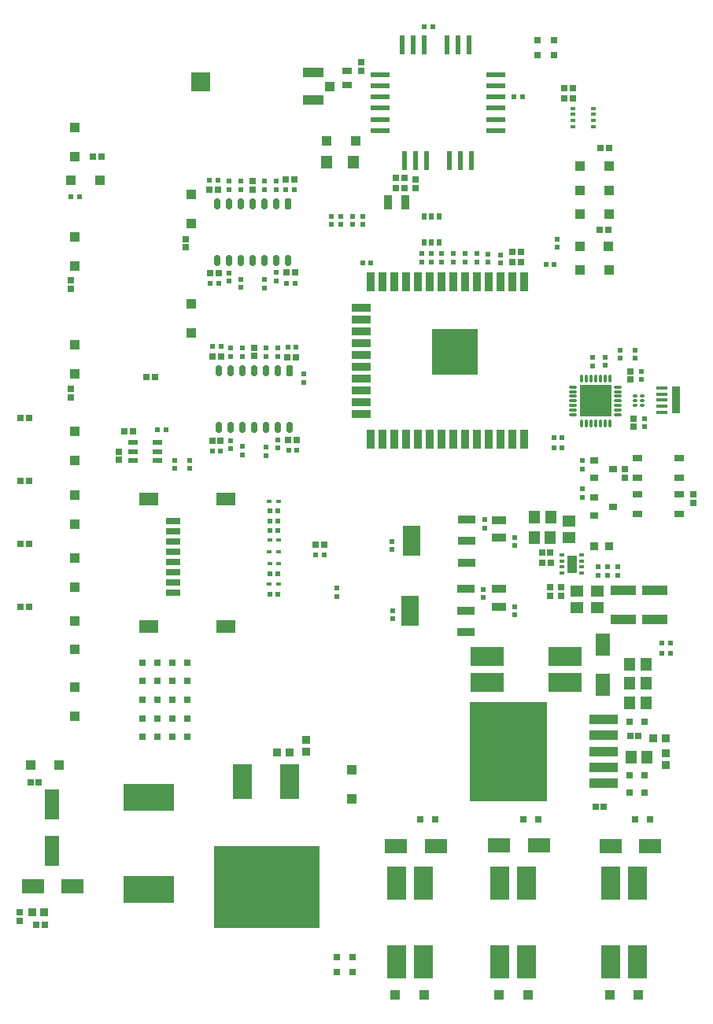
<source format=gtp>
G04*
G04 #@! TF.GenerationSoftware,Altium Limited,Altium Designer,19.1.5 (86)*
G04*
G04 Layer_Color=8421504*
%FSLAX25Y25*%
%MOIN*%
G70*
G01*
G75*
%ADD23R,0.03543X0.07874*%
%ADD24R,0.07874X0.03543*%
%ADD25R,0.19685X0.19685*%
%ADD26R,0.01968X0.01181*%
%ADD27R,0.02165X0.02165*%
%ADD28R,0.05118X0.05512*%
%ADD29R,0.08661X0.04134*%
%ADD30R,0.04134X0.03937*%
%ADD31R,0.03543X0.11811*%
%ADD32R,0.04724X0.01575*%
%ADD33R,0.07874X0.02362*%
%ADD34R,0.02362X0.07874*%
%ADD35R,0.05906X0.03150*%
%ADD36R,0.07874X0.05709*%
%ADD37R,0.03937X0.02756*%
%ADD38R,0.32992X0.41968*%
%ADD39R,0.12008X0.04000*%
%ADD40R,0.02520X0.02520*%
%ADD41R,0.09252X0.06102*%
%ADD42R,0.08189X0.14410*%
%ADD43R,0.02165X0.02165*%
%ADD44R,0.03937X0.04331*%
%ADD45R,0.02520X0.02520*%
%ADD46R,0.08189X0.15000*%
%ADD47R,0.45000X0.35000*%
%ADD48R,0.04331X0.03937*%
%ADD49R,0.21260X0.11417*%
%ADD50R,0.03150X0.03150*%
%ADD51R,0.03740X0.03347*%
%ADD52R,0.03347X0.03740*%
%ADD53R,0.06102X0.09252*%
%ADD54R,0.04528X0.05709*%
%ADD55R,0.03150X0.03150*%
%ADD56R,0.10630X0.04331*%
%ADD57R,0.05709X0.04528*%
%ADD58R,0.14410X0.08189*%
%ADD59R,0.06299X0.12598*%
%ADD60R,0.03543X0.03150*%
%ADD61R,0.02362X0.01968*%
%ADD62R,0.13189X0.13189*%
%ADD63O,0.01181X0.03740*%
%ADD64O,0.03740X0.01181*%
%ADD65R,0.04331X0.02362*%
G04:AMPARAMS|DCode=66|XSize=11.81mil|YSize=19.29mil|CornerRadius=1.95mil|HoleSize=0mil|Usage=FLASHONLY|Rotation=90.000|XOffset=0mil|YOffset=0mil|HoleType=Round|Shape=RoundedRectangle|*
%AMROUNDEDRECTD66*
21,1,0.01181,0.01539,0,0,90.0*
21,1,0.00791,0.01929,0,0,90.0*
1,1,0.00390,0.00770,0.00396*
1,1,0.00390,0.00770,-0.00396*
1,1,0.00390,-0.00770,-0.00396*
1,1,0.00390,-0.00770,0.00396*
%
%ADD66ROUNDEDRECTD66*%
G04:AMPARAMS|DCode=67|XSize=11.81mil|YSize=20.47mil|CornerRadius=1.95mil|HoleSize=0mil|Usage=FLASHONLY|Rotation=90.000|XOffset=0mil|YOffset=0mil|HoleType=Round|Shape=RoundedRectangle|*
%AMROUNDEDRECTD67*
21,1,0.01181,0.01658,0,0,90.0*
21,1,0.00791,0.02047,0,0,90.0*
1,1,0.00390,0.00829,0.00396*
1,1,0.00390,0.00829,-0.00396*
1,1,0.00390,-0.00829,-0.00396*
1,1,0.00390,-0.00829,0.00396*
%
%ADD67ROUNDEDRECTD67*%
%ADD68R,0.02165X0.03150*%
%ADD69R,0.03543X0.05906*%
%ADD70R,0.03937X0.03150*%
%ADD71R,0.05906X0.03543*%
%ADD72R,0.07480X0.12598*%
%ADD73R,0.07480X0.03543*%
%ADD74R,0.02362X0.01378*%
%ADD75R,0.04331X0.07480*%
%ADD76R,0.01968X0.01575*%
G04:AMPARAMS|DCode=77|XSize=49.21mil|YSize=29.53mil|CornerRadius=0mil|HoleSize=0mil|Usage=FLASHONLY|Rotation=270.000|XOffset=0mil|YOffset=0mil|HoleType=Round|Shape=Octagon|*
%AMOCTAGOND77*
4,1,8,-0.00738,-0.02461,0.00738,-0.02461,0.01476,-0.01722,0.01476,0.01722,0.00738,0.02461,-0.00738,0.02461,-0.01476,0.01722,-0.01476,-0.01722,-0.00738,-0.02461,0.0*
%
%ADD77OCTAGOND77*%

%ADD78O,0.02953X0.04921*%
%ADD79R,0.01968X0.02362*%
%ADD80R,0.03543X0.03740*%
%ADD81R,0.07835X0.07835*%
D23*
X169816Y384769D02*
D03*
X174816D02*
D03*
X179816D02*
D03*
X184816D02*
D03*
X189816D02*
D03*
X194816D02*
D03*
X199816D02*
D03*
X204816D02*
D03*
X209816D02*
D03*
X214816D02*
D03*
X219816D02*
D03*
X224816D02*
D03*
X229816D02*
D03*
X234816D02*
D03*
X169816Y317840D02*
D03*
X174816D02*
D03*
X179816D02*
D03*
X184816D02*
D03*
X189816D02*
D03*
X194816D02*
D03*
X199816D02*
D03*
X204816D02*
D03*
X209816D02*
D03*
X214816D02*
D03*
X219816D02*
D03*
X224816D02*
D03*
X229816D02*
D03*
X234816D02*
D03*
D24*
X165879Y348805D02*
D03*
Y343805D02*
D03*
Y338805D02*
D03*
Y333805D02*
D03*
Y328805D02*
D03*
Y353805D02*
D03*
Y358805D02*
D03*
Y363805D02*
D03*
Y368805D02*
D03*
Y373805D02*
D03*
D25*
X205367Y355084D02*
D03*
D26*
X130769Y270500D02*
D03*
X126831D02*
D03*
X126932Y265300D02*
D03*
X130868D02*
D03*
X130769Y256800D02*
D03*
X126831D02*
D03*
X126858Y291800D02*
D03*
X130795D02*
D03*
X130895Y275300D02*
D03*
X126958D02*
D03*
D27*
X130498Y283500D02*
D03*
X126955D02*
D03*
X296772Y231731D02*
D03*
X293228D02*
D03*
Y227400D02*
D03*
X296772D02*
D03*
X46372Y420800D02*
D03*
X42828D02*
D03*
X169872Y392800D02*
D03*
X166328D02*
D03*
X127028Y261100D02*
D03*
X130572D02*
D03*
X149960Y268983D02*
D03*
X146417D02*
D03*
X130470Y287600D02*
D03*
X126927D02*
D03*
X247328Y318600D02*
D03*
X250872D02*
D03*
X126987Y279400D02*
D03*
X130530D02*
D03*
X126928Y252500D02*
D03*
X130472D02*
D03*
X79385Y321904D02*
D03*
X82928D02*
D03*
X247328Y314500D02*
D03*
X250872D02*
D03*
X196061Y492530D02*
D03*
X192517D02*
D03*
X230439Y462909D02*
D03*
X233982D02*
D03*
X137607Y384123D02*
D03*
X134064D02*
D03*
X137372Y423717D02*
D03*
X133828D02*
D03*
X101557Y427700D02*
D03*
X105100D02*
D03*
X101853Y384115D02*
D03*
X105396D02*
D03*
X138472Y313443D02*
D03*
X134929D02*
D03*
X138137Y356919D02*
D03*
X134594D02*
D03*
X102728Y357200D02*
D03*
X106272D02*
D03*
X102642Y312850D02*
D03*
X106186D02*
D03*
D28*
X162524Y435271D02*
D03*
X151107D02*
D03*
D29*
X145350Y473279D02*
D03*
Y461665D02*
D03*
D30*
X152338Y467472D02*
D03*
D31*
X299185Y334508D02*
D03*
D32*
X293083Y329390D02*
D03*
Y331949D02*
D03*
Y334508D02*
D03*
Y337067D02*
D03*
Y339626D02*
D03*
D33*
X173620Y472355D02*
D03*
Y467631D02*
D03*
Y462906D02*
D03*
Y458182D02*
D03*
Y453457D02*
D03*
Y448733D02*
D03*
X222832D02*
D03*
Y453457D02*
D03*
Y458182D02*
D03*
Y462906D02*
D03*
Y467631D02*
D03*
Y472355D02*
D03*
D34*
X212399Y435938D02*
D03*
X207675D02*
D03*
X202950D02*
D03*
X193502D02*
D03*
X188777D02*
D03*
X184053D02*
D03*
X183069Y485150D02*
D03*
X187793D02*
D03*
X192517D02*
D03*
X201966D02*
D03*
X206691D02*
D03*
X211415D02*
D03*
D35*
X85928Y266073D02*
D03*
Y261742D02*
D03*
Y270404D02*
D03*
Y274734D02*
D03*
Y257411D02*
D03*
Y253081D02*
D03*
Y279065D02*
D03*
Y283396D02*
D03*
D36*
X108369Y238632D02*
D03*
Y292766D02*
D03*
X75692Y238632D02*
D03*
Y292766D02*
D03*
D37*
X300343Y301576D02*
D03*
X282627D02*
D03*
X300343Y310040D02*
D03*
X282627D02*
D03*
Y294640D02*
D03*
X300343D02*
D03*
X282627Y286176D02*
D03*
X300343D02*
D03*
D38*
X227948Y185805D02*
D03*
D39*
X268354Y199206D02*
D03*
Y172403D02*
D03*
Y179104D02*
D03*
Y185805D02*
D03*
Y192506D02*
D03*
D40*
X25111Y327100D02*
D03*
X21489D02*
D03*
X25111Y300400D02*
D03*
X21489D02*
D03*
X25111Y247000D02*
D03*
X21489D02*
D03*
X25111Y273600D02*
D03*
X21489D02*
D03*
X266900Y406600D02*
D03*
X270522D02*
D03*
X78511Y344300D02*
D03*
X74889D02*
D03*
X29211Y172800D02*
D03*
X25589D02*
D03*
X264948Y162183D02*
D03*
X268570D02*
D03*
X283236Y192498D02*
D03*
X279613D02*
D03*
X27978Y112170D02*
D03*
X31600D02*
D03*
X69085Y321408D02*
D03*
X65463D02*
D03*
X229817Y397239D02*
D03*
X233439D02*
D03*
X180499Y424309D02*
D03*
X184121D02*
D03*
X267021Y441300D02*
D03*
X270642D02*
D03*
X251696Y462363D02*
D03*
X255318D02*
D03*
X180499Y428609D02*
D03*
X184121D02*
D03*
X245923Y265524D02*
D03*
X242301D02*
D03*
X245896Y269886D02*
D03*
X242274D02*
D03*
X134554Y352819D02*
D03*
X138176D02*
D03*
X106339Y353106D02*
D03*
X102717D02*
D03*
X106225Y317225D02*
D03*
X102603D02*
D03*
X134024Y388515D02*
D03*
X137646D02*
D03*
X133789Y428117D02*
D03*
X137411D02*
D03*
X105139Y423647D02*
D03*
X101517D02*
D03*
X105401Y388232D02*
D03*
X101779D02*
D03*
X229789Y392900D02*
D03*
X233411D02*
D03*
X146477Y273383D02*
D03*
X150099D02*
D03*
X134818Y317768D02*
D03*
X138440D02*
D03*
X251787Y466689D02*
D03*
X255410D02*
D03*
X52089Y437800D02*
D03*
X55711D02*
D03*
D41*
X271287Y145647D02*
D03*
X288216D02*
D03*
X224043Y146041D02*
D03*
X240972D02*
D03*
X180539Y145647D02*
D03*
X197468D02*
D03*
X43565Y128800D02*
D03*
X26635D02*
D03*
D42*
X224554Y96789D02*
D03*
X235736D02*
D03*
X224554Y129939D02*
D03*
X235736D02*
D03*
X271405Y96789D02*
D03*
X282586D02*
D03*
X271405Y129939D02*
D03*
X282586D02*
D03*
X180854Y96789D02*
D03*
X192035D02*
D03*
X180854Y129939D02*
D03*
X192035D02*
D03*
D43*
X141385Y345580D02*
D03*
Y342036D02*
D03*
X199600Y396672D02*
D03*
Y393128D02*
D03*
X195500Y396672D02*
D03*
Y393128D02*
D03*
X191500Y396672D02*
D03*
Y393128D02*
D03*
X214700Y396572D02*
D03*
Y393028D02*
D03*
X115501Y311300D02*
D03*
Y314843D02*
D03*
X219400Y392928D02*
D03*
Y396472D02*
D03*
X204800Y393000D02*
D03*
Y396543D02*
D03*
X224828Y396110D02*
D03*
Y392567D02*
D03*
X209800Y393028D02*
D03*
Y396572D02*
D03*
X263685Y352579D02*
D03*
Y349036D02*
D03*
X157152Y412439D02*
D03*
Y408895D02*
D03*
X152977Y412494D02*
D03*
Y408950D02*
D03*
X161917Y412472D02*
D03*
Y408928D02*
D03*
X270185Y260314D02*
D03*
Y263858D02*
D03*
X274285Y263886D02*
D03*
Y260343D02*
D03*
X155414Y251476D02*
D03*
Y255019D02*
D03*
X259485Y305436D02*
D03*
Y308980D02*
D03*
X259285Y296851D02*
D03*
Y293308D02*
D03*
X166417Y412472D02*
D03*
Y408928D02*
D03*
X114724Y385787D02*
D03*
Y382244D02*
D03*
X266085Y260314D02*
D03*
Y263858D02*
D03*
X125286Y353080D02*
D03*
Y356623D02*
D03*
X110384Y352993D02*
D03*
Y356536D02*
D03*
X115400Y353028D02*
D03*
Y356572D02*
D03*
X110448Y317442D02*
D03*
Y313898D02*
D03*
X129724Y388687D02*
D03*
Y385144D02*
D03*
X124724Y385587D02*
D03*
Y382044D02*
D03*
X129700Y423646D02*
D03*
Y427189D02*
D03*
X124717Y423628D02*
D03*
Y427172D02*
D03*
X109600Y423628D02*
D03*
Y427172D02*
D03*
X114800Y423628D02*
D03*
Y427172D02*
D03*
X109724Y388387D02*
D03*
Y384844D02*
D03*
X130501Y317815D02*
D03*
Y314272D02*
D03*
X125501Y314543D02*
D03*
Y311000D02*
D03*
X130365Y353047D02*
D03*
Y356591D02*
D03*
D44*
X270502Y399700D02*
D03*
X258298D02*
D03*
X270602Y389700D02*
D03*
X258398D02*
D03*
X25598Y179900D02*
D03*
X37802D02*
D03*
X283114Y82826D02*
D03*
X270910D02*
D03*
X180110D02*
D03*
X192314D02*
D03*
X224110D02*
D03*
X236314D02*
D03*
X42798Y427800D02*
D03*
X55002D02*
D03*
X270602Y413400D02*
D03*
X258398D02*
D03*
X270602Y423500D02*
D03*
X258398D02*
D03*
X270634Y433700D02*
D03*
X258429D02*
D03*
X151113Y444471D02*
D03*
X163318D02*
D03*
D45*
X42900Y385222D02*
D03*
Y381600D02*
D03*
X91400Y402822D02*
D03*
Y399200D02*
D03*
X42700Y339222D02*
D03*
Y335600D02*
D03*
X21200Y113948D02*
D03*
Y117570D02*
D03*
X119700Y423789D02*
D03*
Y427411D02*
D03*
X120400Y353200D02*
D03*
Y356822D02*
D03*
X63200Y309189D02*
D03*
Y312811D02*
D03*
X306485Y290997D02*
D03*
Y294619D02*
D03*
X277485Y301686D02*
D03*
Y305308D02*
D03*
X279585Y346826D02*
D03*
Y343204D02*
D03*
X281085Y323197D02*
D03*
Y326819D02*
D03*
X165625Y473928D02*
D03*
Y477550D02*
D03*
X188854Y424479D02*
D03*
Y428102D02*
D03*
X245885Y255419D02*
D03*
Y251797D02*
D03*
X250547Y255419D02*
D03*
Y251797D02*
D03*
D46*
X135329Y173165D02*
D03*
X115329D02*
D03*
D47*
X125821Y128333D02*
D03*
D48*
X44500Y200698D02*
D03*
Y212902D02*
D03*
Y255298D02*
D03*
Y267502D02*
D03*
X93900Y362998D02*
D03*
Y375202D02*
D03*
X44500Y228898D02*
D03*
Y241102D02*
D03*
X161800Y177902D02*
D03*
Y165698D02*
D03*
X44400Y437698D02*
D03*
Y449902D02*
D03*
X44500Y391498D02*
D03*
Y403702D02*
D03*
Y282098D02*
D03*
Y294302D02*
D03*
X93800Y409398D02*
D03*
Y421602D02*
D03*
X44500Y309098D02*
D03*
Y321302D02*
D03*
Y345698D02*
D03*
Y357902D02*
D03*
D49*
X75829Y127376D02*
D03*
Y166353D02*
D03*
D50*
X162200Y98750D02*
D03*
Y92450D02*
D03*
X155400Y92426D02*
D03*
Y98725D02*
D03*
X240300Y480576D02*
D03*
Y486875D02*
D03*
X247300Y486924D02*
D03*
Y480625D02*
D03*
D51*
X294600Y185059D02*
D03*
Y179941D02*
D03*
X142429Y185705D02*
D03*
Y190824D02*
D03*
D52*
X289541Y191300D02*
D03*
X294659D02*
D03*
X135329Y185465D02*
D03*
X130211D02*
D03*
X26341Y117570D02*
D03*
X31459D02*
D03*
D53*
X267940Y214151D02*
D03*
Y231080D02*
D03*
D54*
X279948Y183443D02*
D03*
X286838D02*
D03*
X279456Y206277D02*
D03*
X286346D02*
D03*
X279554Y214545D02*
D03*
X286444D02*
D03*
X279554Y222813D02*
D03*
X286444D02*
D03*
X245861Y276450D02*
D03*
X238971D02*
D03*
X246103Y284870D02*
D03*
X239213D02*
D03*
D55*
X279358Y168482D02*
D03*
X285657D02*
D03*
X279358Y175568D02*
D03*
X285657D02*
D03*
X281720Y157065D02*
D03*
X288019D02*
D03*
X190775D02*
D03*
X197074D02*
D03*
X234476D02*
D03*
X240775D02*
D03*
X285755Y198403D02*
D03*
X279456D02*
D03*
X79385Y223481D02*
D03*
X73086D02*
D03*
X92185D02*
D03*
X85886D02*
D03*
X73086Y207694D02*
D03*
X79385D02*
D03*
X73086Y215587D02*
D03*
X79385D02*
D03*
X73086Y199800D02*
D03*
X79385D02*
D03*
X73086Y191906D02*
D03*
X79385D02*
D03*
X92185Y215606D02*
D03*
X85886D02*
D03*
X85835Y199806D02*
D03*
X92135D02*
D03*
X85886Y191906D02*
D03*
X92185D02*
D03*
Y207706D02*
D03*
X85886D02*
D03*
D56*
X290001Y253965D02*
D03*
Y241760D02*
D03*
X276615D02*
D03*
Y253965D02*
D03*
D57*
X265591Y253669D02*
D03*
Y246780D02*
D03*
X257120Y253669D02*
D03*
Y246780D02*
D03*
X253780Y276307D02*
D03*
Y283197D02*
D03*
D58*
X252075Y214910D02*
D03*
Y226091D02*
D03*
X218925Y214910D02*
D03*
Y226091D02*
D03*
D59*
X34600Y143658D02*
D03*
Y163342D02*
D03*
D60*
X272422Y289476D02*
D03*
X264548Y285736D02*
D03*
Y293216D02*
D03*
Y309048D02*
D03*
Y301568D02*
D03*
X272422Y305308D02*
D03*
D61*
X92985Y305715D02*
D03*
Y309101D02*
D03*
X281585Y355701D02*
D03*
Y352315D02*
D03*
X275268Y355701D02*
D03*
Y352315D02*
D03*
X268968Y352801D02*
D03*
Y349415D02*
D03*
X284485Y346701D02*
D03*
Y343315D02*
D03*
X86685Y305722D02*
D03*
Y309108D02*
D03*
X285885Y323415D02*
D03*
Y326801D02*
D03*
X178898Y271425D02*
D03*
Y274811D02*
D03*
X217913Y280450D02*
D03*
Y283835D02*
D03*
X230898Y272932D02*
D03*
Y276318D02*
D03*
X179069Y241996D02*
D03*
Y245382D02*
D03*
X217300Y251114D02*
D03*
Y254500D02*
D03*
X230853Y243572D02*
D03*
Y246957D02*
D03*
X248700Y402700D02*
D03*
Y399314D02*
D03*
D62*
X265014Y334229D02*
D03*
D63*
X270920Y324781D02*
D03*
X268951D02*
D03*
X266983D02*
D03*
X265014D02*
D03*
X263046D02*
D03*
X261077D02*
D03*
X259109D02*
D03*
Y343679D02*
D03*
X261077D02*
D03*
X263046D02*
D03*
X265014D02*
D03*
X266983D02*
D03*
X268951D02*
D03*
X270920D02*
D03*
D64*
X255564Y328324D02*
D03*
Y330292D02*
D03*
Y332261D02*
D03*
Y334229D02*
D03*
Y336198D02*
D03*
Y338166D02*
D03*
Y340135D02*
D03*
X274461D02*
D03*
Y338166D02*
D03*
Y336198D02*
D03*
Y334229D02*
D03*
Y332261D02*
D03*
Y330292D02*
D03*
Y328324D02*
D03*
D65*
X69067Y309068D02*
D03*
Y312808D02*
D03*
Y316548D02*
D03*
X79303D02*
D03*
Y312808D02*
D03*
Y309068D02*
D03*
D66*
X281869Y336176D02*
D03*
Y332239D02*
D03*
Y334208D02*
D03*
X284901D02*
D03*
Y336176D02*
D03*
D67*
X284842Y332239D02*
D03*
D68*
X192350Y401388D02*
D03*
X195500D02*
D03*
X192350Y412412D02*
D03*
X195500D02*
D03*
X198650D02*
D03*
Y401388D02*
D03*
D69*
X176970Y418409D02*
D03*
X184450D02*
D03*
D70*
X159720Y467865D02*
D03*
Y474165D02*
D03*
D71*
X224153Y254605D02*
D03*
Y247124D02*
D03*
X224213Y283794D02*
D03*
Y276313D02*
D03*
D72*
X186556Y245500D02*
D03*
X187001Y274853D02*
D03*
D73*
X209981Y254555D02*
D03*
Y245500D02*
D03*
Y236445D02*
D03*
X210426Y265798D02*
D03*
Y274853D02*
D03*
Y283909D02*
D03*
D74*
X263925Y450481D02*
D03*
Y453040D02*
D03*
Y455599D02*
D03*
Y458158D02*
D03*
X255461Y450481D02*
D03*
Y453040D02*
D03*
Y455599D02*
D03*
Y458158D02*
D03*
D75*
X255019Y265147D02*
D03*
D76*
X250885Y268986D02*
D03*
Y266427D02*
D03*
Y263868D02*
D03*
Y261309D02*
D03*
X259153Y268986D02*
D03*
Y266427D02*
D03*
Y263868D02*
D03*
Y261309D02*
D03*
D77*
X135401Y346840D02*
D03*
X134724Y417815D02*
D03*
D78*
X120401Y322840D02*
D03*
X125401D02*
D03*
X130401D02*
D03*
X135401D02*
D03*
X120401Y346840D02*
D03*
X125401D02*
D03*
X130401D02*
D03*
X105401D02*
D03*
X110401D02*
D03*
X115401D02*
D03*
X105401Y322840D02*
D03*
X110401D02*
D03*
X115401D02*
D03*
X119724Y393815D02*
D03*
X124724D02*
D03*
X129724D02*
D03*
X134724D02*
D03*
X119724Y417815D02*
D03*
X124724D02*
D03*
X129724D02*
D03*
X104724D02*
D03*
X109724D02*
D03*
X114724D02*
D03*
X104724Y393815D02*
D03*
X109724D02*
D03*
X114724D02*
D03*
D79*
X244107Y392000D02*
D03*
X247493D02*
D03*
D80*
X270835Y272786D02*
D03*
X264535D02*
D03*
D81*
X97835Y469183D02*
D03*
M02*

</source>
